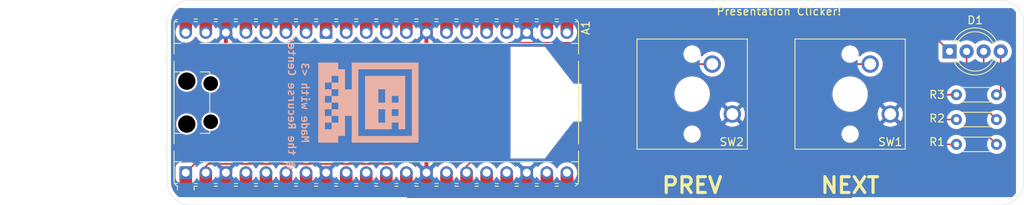
<source format=kicad_pcb>
(kicad_pcb (version 20241229) (generator "pcbnew") (generator_version "9.0")
  (layers (0 "F.Cu" signal) (2 "B.Cu" signal) (13 "F.Paste" user) (15 "B.Paste" user) (5 "F.SilkS" user "F.Silkscreen") (7 "B.SilkS" user "B.Silkscreen") (1 "F.Mask" user) (3 "B.Mask" user) (25 "Edge.Cuts" user))
  (net 0 "")
  (net 4 "GND")
  (net 6 "Net-(A1-GPIO9)")
  (net 8 "Net-(A1-GPIO10)")
  (net 16 "Net-(A1-GPIO0)")
  (net 17 "Net-(A1-GPIO1)")
  (net 26 "Net-(A1-GPIO11)")
  (net 32 "+3V3")
  (net 35 "Net-(D1-GK)")
  (net 36 "Net-(D1-RK)")
  (net 37 "Net-(D1-BK)")
  (footprint "LED_THT:LED_D5.0mm-4_RGB_Wide_Pins" (layer "F.Cu") (at 199.59 101.5)
    (property "Reference" "D1" (at 3.2385 -3.96 0) (layer "F.SilkS"))
    (property "Value" "LED_ARGB")
    (pad "1" thru_hole rect (at 0 0) (size 1.8 1.8) (drill 0.9) (layers "*.Cu" "*.Mask") (net 32 "+3V3"))
    (pad "2" thru_hole circle (at 2.159 0) (size 1.8 1.8) (drill 0.9) (layers "*.Cu" "*.Mask") (net 36 "Net-(D1-RK)"))
    (pad "3" thru_hole circle (at 4.318 0) (size 1.8 1.8) (drill 0.9) (layers "*.Cu" "*.Mask") (net 35 "Net-(D1-GK)"))
    (pad "4" thru_hole circle (at 6.477 0) (size 1.8 1.8) (drill 0.9) (layers "*.Cu" "*.Mask") (net 37 "Net-(D1-BK)"))
  )
  (footprint "Button_Switch_Keyboard:SW_Cherry_MX_1.00u_PCB" (layer "F.Cu") (at 192.08 109.46 -90)
    (property "Reference" "SW1" (at 3.54 0 180) (layer "F.SilkS"))
    (property "Value" "NEXT")
    (pad "" np_thru_hole circle (at -7.62 5.08 270) (size 1.7 1.7) (drill 1.7) (layers "*.Cu" "*.Mask"))
    (pad "" np_thru_hole circle (at -2.54 5.08 270) (size 4 4) (drill 4) (layers "*.Cu" "*.Mask"))
    (pad "" np_thru_hole circle (at 2.54 5.08 270) (size 1.7 1.7) (drill 1.7) (layers "*.Cu" "*.Mask"))
    (pad "1" thru_hole circle (at 0 0 270) (size 2.2 2.2) (drill 1.5) (layers "*.Cu" "*.Mask") (net 4 "GND"))
    (pad "2" thru_hole circle (at -6.35 2.54 270) (size 2.2 2.2) (drill 1.5) (layers "*.Cu" "*.Mask") (net 16 "Net-(A1-GPIO0)"))
  )
  (footprint "Button_Switch_Keyboard:SW_Cherry_MX_1.00u_PCB" (layer "F.Cu") (at 172.08 109.46 -90)
    (property "Reference" "SW2" (at 3.54 0.08 180) (layer "F.SilkS"))
    (property "Value" "PREV")
    (pad "" np_thru_hole circle (at -7.62 5.08 270) (size 1.7 1.7) (drill 1.7) (layers "*.Cu" "*.Mask"))
    (pad "" np_thru_hole circle (at -2.54 5.08 270) (size 4 4) (drill 4) (layers "*.Cu" "*.Mask"))
    (pad "" np_thru_hole circle (at 2.54 5.08 270) (size 1.7 1.7) (drill 1.7) (layers "*.Cu" "*.Mask"))
    (pad "1" thru_hole circle (at 0 0 270) (size 2.2 2.2) (drill 1.5) (layers "*.Cu" "*.Mask") (net 4 "GND"))
    (pad "2" thru_hole circle (at -6.35 2.54 270) (size 2.2 2.2) (drill 1.5) (layers "*.Cu" "*.Mask") (net 17 "Net-(A1-GPIO1)"))
  )
  (footprint "Module:RaspberryPi_Pico_Common_Unspecified" (layer "F.Cu") (at 127 108 90)
    (property "Reference" "A1" (at 8.5 26.5 90) (layer "F.SilkS") (effects (justify left)))
    (property "Value" "RaspberryPi_Pico")
    (pad "" np_thru_hole circle (at -2.725 -24 90) (size 2.2 2.2) (drill 2.2) (layers "*.Mask"))
    (pad "" np_thru_hole circle (at -2.425 -20.97 90) (size 1.85 1.85) (drill 1.85) (layers "*.Mask"))
    (pad "" np_thru_hole circle (at 2.425 -20.97 90) (size 1.85 1.85) (drill 1.85) (layers "*.Mask"))
    (pad "" np_thru_hole circle (at 2.725 -24 90) (size 2.2 2.2) (drill 2.2) (layers "*.Mask"))
    (pad "1" smd custom (at -9.69 -24.13 90) (size 1.6 0.8) (layers "F.Cu" "F.Mask") (net 16 "Net-(A1-GPIO0)") (options (clearance outline) (anchor rect)) (primitives (gr_circle (center 0.8 0) (end 1.6 0) (width 0) (fill yes)) (gr_poly (pts (xy -1.6 -0.6) (xy -1.6 0.6) (xy -1.4 0.8) (xy 0.8 0.8) (xy 0.8 -0.8) (xy -1.4 -0.8)) (width 0) (fill yes)) (gr_circle (center -1.4 -0.6) (end -1.2 -0.6) (width 0) (fill yes)) (gr_circle (center -1.4 0.6) (end -1.2 0.6) (width 0) (fill yes))))
    (pad "1" thru_hole roundrect (at -8.89 -24.13 90) (size 1.6 1.6) (drill 1) (layers "*.Cu" "*.Mask") (roundrect_rratio 0.125) (net 16 "Net-(A1-GPIO0)"))
    (pad "2" smd roundrect (at -9.69 -21.59 90) (size 3.2 1.6) (layers "F.Cu" "F.Mask") (roundrect_rratio 0.5) (net 17 "Net-(A1-GPIO1)"))
    (pad "2" thru_hole circle (at -8.89 -21.59 90) (size 1.6 1.6) (drill 1) (layers "*.Cu" "*.Mask") (net 17 "Net-(A1-GPIO1)"))
    (pad "3" smd custom (at -9.69 -19.05 90) (size 1.6 0.8) (layers "F.Cu" "F.Mask") (net 4 "GND") (options (clearance outline) (anchor rect)) (primitives (gr_circle (center -0.8 0) (end 0 0) (width 0) (fill yes)) (gr_poly (pts (xy 1.6 -0.6) (xy 1.6 0.6) (xy 1.4 0.8) (xy -0.8 0.8) (xy -0.8 -0.8) (xy 1.4 -0.8)) (width 0) (fill yes)) (gr_circle (center 1.4 -0.6) (end 1.6 -0.6) (width 0) (fill yes)) (gr_circle (center 1.4 0.6) (end 1.6 0.6) (width 0) (fill yes))))
    (pad "3" thru_hole custom (at -8.89 -19.05 90) (size 1.6 1.6) (drill 1) (layers "*.Cu" "*.Mask") (net 4 "GND") (options (clearance outline) (anchor circle)) (primitives (gr_poly (pts (xy 0.8 0.6) (xy 0.8 -0.6) (xy 0.6 -0.8) (xy 0 -0.8) (xy 0 0.8) (xy 0.6 0.8)) (width 0) (fill yes)) (gr_circle (center 0.6 0.6) (end 0.8 0.6) (width 0) (fill yes)) (gr_circle (center 0.6 -0.6) (end 0.8 -0.6) (width 0) (fill yes))))
    (pad "4" smd roundrect (at -9.69 -16.51 90) (size 3.2 1.6) (layers "F.Cu" "F.Mask") (roundrect_rratio 0.5))
    (pad "4" thru_hole circle (at -8.89 -16.51 90) (size 1.6 1.6) (drill 1) (layers "*.Cu" "*.Mask"))
    (pad "5" smd roundrect (at -9.69 -13.97 90) (size 3.2 1.6) (layers "F.Cu" "F.Mask") (roundrect_rratio 0.5))
    (pad "5" thru_hole circle (at -8.89 -13.97 90) (size 1.6 1.6) (drill 1) (layers "*.Cu" "*.Mask"))
    (pad "6" smd roundrect (at -9.69 -11.43 90) (size 3.2 1.6) (layers "F.Cu" "F.Mask") (roundrect_rratio 0.5))
    (pad "6" thru_hole circle (at -8.89 -11.43 90) (size 1.6 1.6) (drill 1) (layers "*.Cu" "*.Mask"))
    (pad "7" smd roundrect (at -9.69 -8.89 90) (size 3.2 1.6) (layers "F.Cu" "F.Mask") (roundrect_rratio 0.5))
    (pad "7" thru_hole circle (at -8.89 -8.89 90) (size 1.6 1.6) (drill 1) (layers "*.Cu" "*.Mask"))
    (pad "8" smd custom (at -9.69 -6.35 90) (size 1.6 0.8) (layers "F.Cu" "F.Mask") (net 4 "GND") (options (clearance outline) (anchor rect)) (primitives (gr_circle (center -0.8 0) (end 0 0) (width 0) (fill yes)) (gr_poly (pts (xy 1.6 -0.6) (xy 1.6 0.6) (xy 1.4 0.8) (xy -0.8 0.8) (xy -0.8 -0.8) (xy 1.4 -0.8)) (width 0) (fill yes)) (gr_circle (center 1.4 -0.6) (end 1.6 -0.6) (width 0) (fill yes)) (gr_circle (center 1.4 0.6) (end 1.6 0.6) (width 0) (fill yes))))
    (pad "8" thru_hole custom (at -8.89 -6.35 90) (size 1.6 1.6) (drill 1) (layers "*.Cu" "*.Mask") (net 4 "GND") (options (clearance outline) (anchor circle)) (primitives (gr_poly (pts (xy 0.8 0.6) (xy 0.8 -0.6) (xy 0.6 -0.8) (xy 0 -0.8) (xy 0 0.8) (xy 0.6 0.8)) (width 0) (fill yes)) (gr_circle (center 0.6 0.6) (end 0.8 0.6) (width 0) (fill yes)) (gr_circle (center 0.6 -0.6) (end 0.8 -0.6) (width 0) (fill yes))))
    (pad "9" smd roundrect (at -9.69 -3.81 90) (size 3.2 1.6) (layers "F.Cu" "F.Mask") (roundrect_rratio 0.5))
    (pad "9" thru_hole circle (at -8.89 -3.81 90) (size 1.6 1.6) (drill 1) (layers "*.Cu" "*.Mask"))
    (pad "10" smd roundrect (at -9.69 -1.27 90) (size 3.2 1.6) (layers "F.Cu" "F.Mask") (roundrect_rratio 0.5))
    (pad "10" thru_hole circle (at -8.89 -1.27 90) (size 1.6 1.6) (drill 1) (layers "*.Cu" "*.Mask"))
    (pad "11" smd roundrect (at -9.69 1.27 90) (size 3.2 1.6) (layers "F.Cu" "F.Mask") (roundrect_rratio 0.5))
    (pad "11" thru_hole circle (at -8.89 1.27 90) (size 1.6 1.6) (drill 1) (layers "*.Cu" "*.Mask"))
    (pad "12" smd roundrect (at -9.69 3.81 90) (size 3.2 1.6) (layers "F.Cu" "F.Mask") (roundrect_rratio 0.5) (net 6 "Net-(A1-GPIO9)"))
    (pad "12" thru_hole circle (at -8.89 3.81 90) (size 1.6 1.6) (drill 1) (layers "*.Cu" "*.Mask") (net 6 "Net-(A1-GPIO9)"))
    (pad "13" smd custom (at -9.69 6.35 90) (size 1.6 0.8) (layers "F.Cu" "F.Mask") (net 4 "GND") (options (clearance outline) (anchor rect)) (primitives (gr_circle (center -0.8 0) (end 0 0) (width 0) (fill yes)) (gr_poly (pts (xy 1.6 -0.6) (xy 1.6 0.6) (xy 1.4 0.8) (xy -0.8 0.8) (xy -0.8 -0.8) (xy 1.4 -0.8)) (width 0) (fill yes)) (gr_circle (center 1.4 -0.6) (end 1.6 -0.6) (width 0) (fill yes)) (gr_circle (center 1.4 0.6) (end 1.6 0.6) (width 0) (fill yes))))
    (pad "13" thru_hole custom (at -8.89 6.35 90) (size 1.6 1.6) (drill 1) (layers "*.Cu" "*.Mask") (net 4 "GND") (options (clearance outline) (anchor circle)) (primitives (gr_poly (pts (xy 0.8 0.6) (xy 0.8 -0.6) (xy 0.6 -0.8) (xy 0 -0.8) (xy 0 0.8) (xy 0.6 0.8)) (width 0) (fill yes)) (gr_circle (center 0.6 0.6) (end 0.8 0.6) (width 0) (fill yes)) (gr_circle (center 0.6 -0.6) (end 0.8 -0.6) (width 0) (fill yes))))
    (pad "14" smd roundrect (at -9.69 8.89 90) (size 3.2 1.6) (layers "F.Cu" "F.Mask") (roundrect_rratio 0.5) (net 8 "Net-(A1-GPIO10)"))
    (pad "14" thru_hole circle (at -8.89 8.89 90) (size 1.6 1.6) (drill 1) (layers "*.Cu" "*.Mask") (net 8 "Net-(A1-GPIO10)"))
    (pad "15" smd roundrect (at -9.69 11.43 90) (size 3.2 1.6) (layers "F.Cu" "F.Mask") (roundrect_rratio 0.5) (net 26 "Net-(A1-GPIO11)"))
    (pad "15" thru_hole circle (at -8.89 11.43 90) (size 1.6 1.6) (drill 1) (layers "*.Cu" "*.Mask") (net 26 "Net-(A1-GPIO11)"))
    (pad "16" smd roundrect (at -9.69 13.97 90) (size 3.2 1.6) (layers "F.Cu" "F.Mask") (roundrect_rratio 0.5))
    (pad "16" thru_hole circle (at -8.89 13.97 90) (size 1.6 1.6) (drill 1) (layers "*.Cu" "*.Mask"))
    (pad "17" smd roundrect (at -9.69 16.51 90) (size 3.2 1.6) (layers "F.Cu" "F.Mask") (roundrect_rratio 0.5))
    (pad "17" thru_hole circle (at -8.89 16.51 90) (size 1.6 1.6) (drill 1) (layers "*.Cu" "*.Mask"))
    (pad "18" smd custom (at -9.69 19.05 90) (size 1.6 0.8) (layers "F.Cu" "F.Mask") (net 4 "GND") (options (clearance outline) (anchor rect)) (primitives (gr_circle (center -0.8 0) (end 0 0) (width 0) (fill yes)) (gr_poly (pts (xy 1.6 -0.6) (xy 1.6 0.6) (xy 1.4 0.8) (xy -0.8 0.8) (xy -0.8 -0.8) (xy 1.4 -0.8)) (width 0) (fill yes)) (gr_circle (center 1.4 -0.6) (end 1.6 -0.6) (width 0) (fill yes)) (gr_circle (center 1.4 0.6) (end 1.6 0.6) (width 0) (fill yes))))
    (pad "18" thru_hole custom (at -8.89 19.05 90) (size 1.6 1.6) (drill 1) (layers "*.Cu" "*.Mask") (net 4 "GND") (options (clearance outline) (anchor circle)) (primitives (gr_poly (pts (xy 0.8 0.6) (xy 0.8 -0.6) (xy 0.6 -0.8) (xy 0 -0.8) (xy 0 0.8) (xy 0.6 0.8)) (width 0) (fill yes)) (gr_circle (center 0.6 0.6) (end 0.8 0.6) (width 0) (fill yes)) (gr_circle (center 0.6 -0.6) (end 0.8 -0.6) (width 0) (fill yes))))
    (pad "19" smd roundrect (at -9.69 21.59 90) (size 3.2 1.6) (layers "F.Cu" "F.Mask") (roundrect_rratio 0.5))
    (pad "19" thru_hole circle (at -8.89 21.59 90) (size 1.6 1.6) (drill 1) (layers "*.Cu" "*.Mask"))
    (pad "20" smd roundrect (at -9.69 24.13 90) (size 3.2 1.6) (layers "F.Cu" "F.Mask") (roundrect_rratio 0.5))
    (pad "20" thru_hole circle (at -8.89 24.13 90) (size 1.6 1.6) (drill 1) (layers "*.Cu" "*.Mask"))
    (pad "21" thru_hole circle (at 8.89 24.13 90) (size 1.6 1.6) (drill 1) (layers "*.Cu" "*.Mask"))
    (pad "21" smd roundrect (at 9.69 24.13 90) (size 3.2 1.6) (layers "F.Cu" "F.Mask") (roundrect_rratio 0.5))
    (pad "22" thru_hole circle (at 8.89 21.59 90) (size 1.6 1.6) (drill 1) (layers "*.Cu" "*.Mask"))
    (pad "22" smd roundrect (at 9.69 21.59 90) (size 3.2 1.6) (layers "F.Cu" "F.Mask") (roundrect_rratio 0.5))
    (pad "23" thru_hole custom (at 8.89 19.05 90) (size 1.6 1.6) (drill 1) (layers "*.Cu" "*.Mask") (net 4 "GND") (options (clearance outline) (anchor circle)) (primitives (gr_poly (pts (xy -0.8 0.6) (xy -0.8 -0.6) (xy -0.6 -0.8) (xy 0 -0.8) (xy 0 0.8) (xy -0.6 0.8)) (width 0) (fill yes)) (gr_circle (center -0.6 0.6) (end -0.4 0.6) (width 0) (fill yes)) (gr_circle (center -0.6 -0.6) (end -0.4 -0.6) (width 0) (fill yes))))
    (pad "23" smd custom (at 9.69 19.05 90) (size 1.6 0.8) (layers "F.Cu" "F.Mask") (net 4 "GND") (options (clearance outline) (anchor rect)) (primitives (gr_circle (center 0.8 0) (end 1.6 0) (width 0) (fill yes)) (gr_poly (pts (xy -1.6 -0.6) (xy -1.6 0.6) (xy -1.4 0.8) (xy 0.8 0.8) (xy 0.8 -0.8) (xy -1.4 -0.8)) (width 0) (fill yes)) (gr_circle (center -1.4 -0.6) (end -1.2 -0.6) (width 0) (fill yes)) (gr_circle (center -1.4 0.6) (end -1.2 0.6) (width 0) (fill yes))))
    (pad "24" thru_hole circle (at 8.89 16.51 90) (size 1.6 1.6) (drill 1) (layers "*.Cu" "*.Mask"))
    (pad "24" smd roundrect (at 9.69 16.51 90) (size 3.2 1.6) (layers "F.Cu" "F.Mask") (roundrect_rratio 0.5))
    (pad "25" thru_hole circle (at 8.89 13.97 90) (size 1.6 1.6) (drill 1) (layers "*.Cu" "*.Mask"))
    (pad "25" smd roundrect (at 9.69 13.97 90) (size 3.2 1.6) (layers "F.Cu" "F.Mask") (roundrect_rratio 0.5))
    (pad "26" thru_hole circle (at 8.89 11.43 90) (size 1.6 1.6) (drill 1) (layers "*.Cu" "*.Mask"))
    (pad "26" smd roundrect (at 9.69 11.43 90) (size 3.2 1.6) (layers "F.Cu" "F.Mask") (roundrect_rratio 0.5))
    (pad "27" thru_hole circle (at 8.89 8.89 90) (size 1.6 1.6) (drill 1) (layers "*.Cu" "*.Mask"))
    (pad "27" smd roundrect (at 9.69 8.89 90) (size 3.2 1.6) (layers "F.Cu" "F.Mask") (roundrect_rratio 0.5))
    (pad "28" thru_hole custom (at 8.89 6.35 90) (size 1.6 1.6) (drill 1) (layers "*.Cu" "*.Mask") (net 4 "GND") (options (clearance outline) (anchor circle)) (primitives (gr_poly (pts (xy -0.8 0.6) (xy -0.8 -0.6) (xy -0.6 -0.8) (xy 0 -0.8) (xy 0 0.8) (xy -0.6 0.8)) (width 0) (fill yes)) (gr_circle (center -0.6 0.6) (end -0.4 0.6) (width 0) (fill yes)) (gr_circle (center -0.6 -0.6) (end -0.4 -0.6) (width 0) (fill yes))))
    (pad "28" smd custom (at 9.69 6.35 90) (size 1.6 0.8) (layers "F.Cu" "F.Mask") (net 4 "GND") (options (clearance outline) (anchor rect)) (primitives (gr_circle (center 0.8 0) (end 1.6 0) (width 0) (fill yes)) (gr_poly (pts (xy -1.6 -0.6) (xy -1.6 0.6) (xy -1.4 0.8) (xy 0.8 0.8) (xy 0.8 -0.8) (xy -1.4 -0.8)) (width 0) (fill yes)) (gr_circle (center -1.4 -0.6) (end -1.2 -0.6) (width 0) (fill yes)) (gr_circle (center -1.4 0.6) (end -1.2 0.6) (width 0) (fill yes))))
    (pad "29" thru_hole circle (at 8.89 3.81 90) (size 1.6 1.6) (drill 1) (layers "*.Cu" "*.Mask"))
    (pad "29" smd roundrect (at 9.69 3.81 90) (size 3.2 1.6) (layers "F.Cu" "F.Mask") (roundrect_rratio 0.5))
    (pad "30" thru_hole circle (at 8.89 1.27 90) (size 1.6 1.6) (drill 1) (layers "*.Cu" "*.Mask"))
    (pad "30" smd roundrect (at 9.69 1.27 90) (size 3.2 1.6) (layers "F.Cu" "F.Mask") (roundrect_rratio 0.5))
    (pad "31" thru_hole circle (at 8.89 -1.27 90) (size 1.6 1.6) (drill 1) (layers "*.Cu" "*.Mask"))
    (pad "31" smd roundrect (at 9.69 -1.27 90) (size 3.2 1.6) (layers "F.Cu" "F.Mask") (roundrect_rratio 0.5))
    (pad "32" thru_hole circle (at 8.89 -3.81 90) (size 1.6 1.6) (drill 1) (layers "*.Cu" "*.Mask"))
    (pad "32" smd roundrect (at 9.69 -3.81 90) (size 3.2 1.6) (layers "F.Cu" "F.Mask") (roundrect_rratio 0.5))
    (pad "33" thru_hole custom (at 8.89 -6.35 90) (size 1.6 1.6) (drill 1) (layers "*.Cu" "*.Mask") (options (clearance outline) (anchor circle)) (primitives (gr_poly (pts (xy -0.8 0.6) (xy -0.8 -0.6) (xy -0.6 -0.8) (xy 0 -0.8) (xy 0 0.8) (xy -0.6 0.8)) (width 0) (fill yes)) (gr_circle (center -0.6 0.6) (end -0.4 0.6) (width 0) (fill yes)) (gr_circle (center -0.6 -0.6) (end -0.4 -0.6) (width 0) (fill yes))))
    (pad "33" smd custom (at 9.69 -6.35 90) (size 1.6 0.8) (layers "F.Cu" "F.Mask") (options (clearance outline) (anchor rect)) (primitives (gr_circle (center 0.8 0) (end 1.6 0) (width 0) (fill yes)) (gr_poly (pts (xy -1.6 -0.6) (xy -1.6 0.6) (xy -1.4 0.8) (xy 0.8 0.8) (xy 0.8 -0.8) (xy -1.4 -0.8)) (width 0) (fill yes)) (gr_circle (center -1.4 -0.6) (end -1.2 -0.6) (width 0) (fill yes)) (gr_circle (center -1.4 0.6) (end -1.2 0.6) (width 0) (fill yes))))
    (pad "34" thru_hole circle (at 8.89 -8.89 90) (size 1.6 1.6) (drill 1) (layers "*.Cu" "*.Mask"))
    (pad "34" smd roundrect (at 9.69 -8.89 90) (size 3.2 1.6) (layers "F.Cu" "F.Mask") (roundrect_rratio 0.5))
    (pad "35" thru_hole circle (at 8.89 -11.43 90) (size 1.6 1.6) (drill 1) (layers "*.Cu" "*.Mask"))
    (pad "35" smd roundrect (at 9.69 -11.43 90) (size 3.2 1.6) (layers "F.Cu" "F.Mask") (roundrect_rratio 0.5))
    (pad "36" thru_hole circle (at 8.89 -13.97 90) (size 1.6 1.6) (drill 1) (layers "*.Cu" "*.Mask") (net 32 "+3V3"))
    (pad "36" smd roundrect (at 9.69 -13.97 90) (size 3.2 1.6) (layers "F.Cu" "F.Mask") (roundrect_rratio 0.5) (net 32 "+3V3"))
    (pad "37" thru_hole circle (at 8.89 -16.51 90) (size 1.6 1.6) (drill 1) (layers "*.Cu" "*.Mask"))
    (pad "37" smd roundrect (at 9.69 -16.51 90) (size 3.2 1.6) (layers "F.Cu" "F.Mask") (roundrect_rratio 0.5))
    (pad "38" thru_hole custom (at 8.89 -19.05 90) (size 1.6 1.6) (drill 1) (layers "*.Cu" "*.Mask") (net 4 "GND") (options (clearance outline) (anchor circle)) (primitives (gr_poly (pts (xy -0.8 0.6) (xy -0.8 -0.6) (xy -0.6 -0.8) (xy 0 -0.8) (xy 0 0.8) (xy -0.6 0.8)) (width 0) (fill yes)) (gr_circle (center -0.6 0.6) (end -0.4 0.6) (width 0) (fill yes)) (gr_circle (center -0.6 -0.6) (end -0.4 -0.6) (width 0) (fill yes))))
    (pad "38" smd custom (at 9.69 -19.05 90) (size 1.6 0.8) (layers "F.Cu" "F.Mask") (net 4 "GND") (options (clearance outline) (anchor rect)) (primitives (gr_circle (center 0.8 0) (end 1.6 0) (width 0) (fill yes)) (gr_poly (pts (xy -1.6 -0.6) (xy -1.6 0.6) (xy -1.4 0.8) (xy 0.8 0.8) (xy 0.8 -0.8) (xy -1.4 -0.8)) (width 0) (fill yes)) (gr_circle (center -1.4 -0.6) (end -1.2 -0.6) (width 0) (fill yes)) (gr_circle (center -1.4 0.6) (end -1.2 0.6) (width 0) (fill yes))))
    (pad "39" thru_hole circle (at 8.89 -21.59 90) (size 1.6 1.6) (drill 1) (layers "*.Cu" "*.Mask"))
    (pad "39" smd roundrect (at 9.69 -21.59 90) (size 3.2 1.6) (layers "F.Cu" "F.Mask") (roundrect_rratio 0.5))
    (pad "40" thru_hole circle (at 8.89 -24.13 90) (size 1.6 1.6) (drill 1) (layers "*.Cu" "*.Mask"))
    (pad "40" smd roundrect (at 9.69 -24.13 90) (size 3.2 1.6) (layers "F.Cu" "F.Mask") (roundrect_rratio 0.5))
    (zone (net 0) (net_name "") (layers "F.Cu" "B.Cu" "F.Paste" "B.Paste") (name "Antenna Copper Keep Out") (connect_pads (clearance 0)) (min_thickness 0.254)
      (keepout (tracks not_allowed) (vias not_allowed) (pads not_allowed) (copperpour not_allowed) (footprints allowed))
      (fill (thermal_gap 0.508) (thermal_bridge_width 0.508))
      (polygon (pts (xy 151.989895 110.4) (xy 148.339895 115.1) (xy 144 115.1) (xy 144 100.9) (xy 148.339895 100.9) (xy 151.989895 105.6) (xy 153 105.6) (xy 153 110.4)))
    )
    (zone (net 0) (net_name "") (layers "F.Cu" "F.Paste") (name "Pad Keep Out D1-W") (connect_pads (clearance 0)) (min_thickness 0.25)
      (keepout (tracks not_allowed) (vias not_allowed) (pads not_allowed) (copperpour not_allowed) (footprints allowed))
      (fill (thermal_gap 0.5) (thermal_bridge_width 0.5))
      (polygon (pts (xy 131.800398 108.371222) (xy 131.744678 108.315502) (xy 131.714522 108.2427) (xy 131.7126 108.2033) (xy 131.7126 107.4159) (xy 133.6874 107.4159) (xy 133.6874 108.2033) (xy 133.685478 108.2427) (xy 133.655322 108.315502) (xy 133.599602 108.371222) (xy 133.5268 108.401378) (xy 133.4874 108.4033) (xy 131.9126 108.4033) (xy 131.8732 108.401378)))
    )
    (zone (net 0) (net_name "") (layers "F.Cu" "F.Paste") (name "Pad Keep Out D1-W") (connect_pads (clearance 0)) (min_thickness 0.25)
      (keepout (tracks not_allowed) (vias not_allowed) (pads not_allowed) (copperpour not_allowed) (footprints allowed))
      (fill (thermal_gap 0.5) (thermal_bridge_width 0.5))
      (polygon (pts (xy 133.6874 106.6285) (xy 133.6874 107.4159) (xy 131.7126 107.4159) (xy 131.7126 106.6285) (xy 131.714522 106.5891) (xy 131.744677 106.516298) (xy 131.800398 106.460577) (xy 131.8732 106.430422) (xy 131.9126 106.4285) (xy 133.4874 106.4285) (xy 133.5268 106.430422) (xy 133.599602 106.460577) (xy 133.655323 106.516298) (xy 133.685478 106.5891)))
    )
    (zone (net 0) (net_name "") (layers "F.Cu" "F.Paste") (name "Pad Keep Out TP3") (connect_pads (clearance 0)) (min_thickness 0.25)
      (keepout (tracks not_allowed) (vias not_allowed) (pads not_allowed) (copperpour not_allowed) (footprints allowed))
      (fill (thermal_gap 0.5) (thermal_bridge_width 0.5))
      (polygon (pts (xy 102.184455 109.947861) (xy 102.057833 109.913932) (xy 101.944306 109.848388) (xy 101.851612 109.755694) (xy 101.786068 109.642167) (xy 101.752139 109.515545) (xy 101.75 109.45) (xy 101.75 109) (xy 103.65 109) (xy 103.65 109.45) (xy 103.647861 109.515545) (xy 103.613932 109.642167) (xy 103.548388 109.755694) (xy 103.455694 109.848388) (xy 103.342167 109.913932) (xy 103.215545 109.947861) (xy 103.15 109.95) (xy 102.25 109.95)))
    )
    (zone (net 0) (net_name "") (layers "F.Cu" "F.Paste") (name "Pad Keep Out TP2") (connect_pads (clearance 0)) (min_thickness 0.25)
      (keepout (tracks not_allowed) (vias not_allowed) (pads not_allowed) (copperpour not_allowed) (footprints allowed))
      (fill (thermal_gap 0.5) (thermal_bridge_width 0.5))
      (polygon (pts (xy 102.199455 107.947861) (xy 102.072833 107.913932) (xy 101.959306 107.848388) (xy 101.866612 107.755694) (xy 101.801068 107.642167) (xy 101.767139 107.515545) (xy 101.765 107.45) (xy 101.765 107) (xy 103.665 107) (xy 103.665 107.45) (xy 103.662861 107.515545) (xy 103.628932 107.642167) (xy 103.563388 107.755694) (xy 103.470694 107.848388) (xy 103.357167 107.913932) (xy 103.230545 107.947861) (xy 103.165 107.95) (xy 102.265 107.95)))
    )
    (zone (net 0) (net_name "") (layers "F.Cu" "F.Paste") (name "Pad Keep Out TP3") (connect_pads (clearance 0)) (min_thickness 0.25)
      (keepout (tracks not_allowed) (vias not_allowed) (pads not_allowed) (copperpour not_allowed) (footprints allowed))
      (fill (thermal_gap 0.5) (thermal_bridge_width 0.5))
      (polygon (pts (xy 103.65 109) (xy 103.65 108.55) (xy 103.647861 108.484455) (xy 103.613933 108.357833) (xy 103.548388 108.244306) (xy 103.455694 108.151612) (xy 103.342167 108.086067) (xy 103.215545 108.052139) (xy 103.15 108.05) (xy 102.25 108.05) (xy 102.184455 108.052139) (xy 102.057833 108.086067) (xy 101.944306 108.151612) (xy 101.851612 108.244306) (xy 101.786067 108.357833) (xy 101.752139 108.484455) (xy 101.75 108.55) (xy 101.75 109)))
    )
    (zone (net 0) (net_name "") (layers "F.Cu" "F.Paste") (name "Pad Keep Out TP2") (connect_pads (clearance 0)) (min_thickness 0.25)
      (keepout (tracks not_allowed) (vias not_allowed) (pads not_allowed) (copperpour not_allowed) (footprints allowed))
      (fill (thermal_gap 0.5) (thermal_bridge_width 0.5))
      (polygon (pts (xy 103.665 107) (xy 103.665 106.55) (xy 103.662861 106.484455) (xy 103.628933 106.357833) (xy 103.563388 106.244306) (xy 103.470694 106.151612) (xy 103.357167 106.086067) (xy 103.230545 106.052139) (xy 103.165 106.05) (xy 102.265 106.05) (xy 102.199455 106.052139) (xy 102.072833 106.086067) (xy 101.959306 106.151612) (xy 101.866612 106.244306) (xy 101.801067 106.357833) (xy 101.767139 106.484455) (xy 101.765 106.55) (xy 101.765 107)))
    )
    (zone (net 0) (net_name "") (layers "F.Cu" "F.Paste") (name "Pad Keep Out TP1") (connect_pads (clearance 0)) (min_thickness 0.25)
      (keepout (tracks not_allowed) (vias not_allowed) (pads not_allowed) (copperpour not_allowed) (footprints allowed))
      (fill (thermal_gap 0.5) (thermal_bridge_width 0.5))
      (polygon (pts (xy 105.484455 108.947861) (xy 105.357833 108.913932) (xy 105.244306 108.848388) (xy 105.151612 108.755694) (xy 105.086068 108.642167) (xy 105.052139 108.515545) (xy 105.05 108.45) (xy 105.05 108) (xy 106.95 108) (xy 106.95 108.45) (xy 106.947861 108.515545) (xy 106.913932 108.642167) (xy 106.848388 108.755694) (xy 106.755694 108.848388) (xy 106.642167 108.913932) (xy 106.515545 108.947861) (xy 106.45 108.95) (xy 105.55 108.95)))
    )
    (zone (net 0) (net_name "") (layers "F.Cu" "F.Paste") (name "Pad Keep Out TP1") (connect_pads (clearance 0)) (min_thickness 0.25)
      (keepout (tracks not_allowed) (vias not_allowed) (pads not_allowed) (copperpour not_allowed) (footprints allowed))
      (fill (thermal_gap 0.5) (thermal_bridge_width 0.5))
      (polygon (pts (xy 106.95 108) (xy 106.95 107.55) (xy 106.947861 107.484455) (xy 106.913933 107.357833) (xy 106.848388 107.244306) (xy 106.755694 107.151612) (xy 106.642167 107.086067) (xy 106.515545 107.052139) (xy 106.45 107.05) (xy 105.55 107.05) (xy 105.484455 107.052139) (xy 105.357833 107.086067) (xy 105.244306 107.151612) (xy 105.151612 107.244306) (xy 105.086067 107.357833) (xy 105.052139 107.484455) (xy 105.05 107.55) (xy 105.05 108)))
    )
    (zone (net 0) (net_name "") (layers "F.Cu" "F.Paste") (name "Pad Keep Out TP4") (connect_pads (clearance 0)) (min_thickness 0.25)
      (keepout (tracks not_allowed) (vias not_allowed) (pads not_allowed) (copperpour not_allowed) (footprints allowed))
      (fill (thermal_gap 0.5) (thermal_bridge_width 0.5))
      (polygon (pts (xy 112.75 109.55) (xy 109.05 109.55) (xy 108.984455 109.552139) (xy 108.857833 109.586067) (xy 108.744306 109.651612) (xy 108.651612 109.744306) (xy 108.586067 109.857833) (xy 108.552139 109.984455) (xy 108.55 110.05) (xy 108.55 110.95) (xy 108.552139 111.015545) (xy 108.586067 111.142167) (xy 108.651612 111.255694) (xy 108.744306 111.348388) (xy 108.857833 111.413933) (xy 108.984455 111.447861) (xy 109.05 111.45) (xy 112.75 111.45)))
    )
    (zone (net 0) (net_name "") (layers "F.Cu" "F.Paste") (name "Pad Keep Out TP6") (connect_pads (clearance 0)) (min_thickness 0.25)
      (keepout (tracks not_allowed) (vias not_allowed) (pads not_allowed) (copperpour not_allowed) (footprints allowed))
      (fill (thermal_gap 0.5) (thermal_bridge_width 0.5))
      (polygon (pts (xy 116.947861 111.015545) (xy 116.913932 111.142167) (xy 116.848388 111.255694) (xy 116.755694 111.348388) (xy 116.642167 111.413932) (xy 116.515545 111.447861) (xy 116.45 111.45) (xy 112.75 111.45) (xy 112.75 109.55) (xy 116.45 109.55) (xy 116.515545 109.552139) (xy 116.642167 109.586068) (xy 116.755694 109.651612) (xy 116.848388 109.744306) (xy 116.913932 109.857833) (xy 116.947861 109.984455) (xy 116.95 110.05) (xy 116.95 110.95)))
    )
    (zone (net 0) (net_name "") (layers "F.Cu" "F.Paste") (name "Pad Keep Out TP7") (connect_pads (clearance 0)) (min_thickness 0.25)
      (keepout (tracks not_allowed) (vias not_allowed) (pads not_allowed) (copperpour not_allowed) (footprints allowed))
      (fill (thermal_gap 0.5) (thermal_bridge_width 0.5))
      (polygon (pts (xy 121.484455 107.947861) (xy 121.357833 107.913932) (xy 121.244306 107.848388) (xy 121.151612 107.755694) (xy 121.086068 107.642167) (xy 121.052139 107.515545) (xy 121.05 107.45) (xy 121.05 107) (xy 122.95 107) (xy 122.95 107.45) (xy 122.947861 107.515545) (xy 122.913932 107.642167) (xy 122.848388 107.755694) (xy 122.755694 107.848388) (xy 122.642167 107.913932) (xy 122.515545 107.947861) (xy 122.45 107.95) (xy 121.55 107.95)))
    )
    (zone (net 0) (net_name "") (layers "F.Cu" "F.Paste") (name "Pad Keep Out TP7") (connect_pads (clearance 0)) (min_thickness 0.25)
      (keepout (tracks not_allowed) (vias not_allowed) (pads not_allowed) (copperpour not_allowed) (footprints allowed))
      (fill (thermal_gap 0.5) (thermal_bridge_width 0.5))
      (polygon (pts (xy 122.95 107) (xy 122.95 106.55) (xy 122.947861 106.484455) (xy 122.913933 106.357833) (xy 122.848388 106.244306) (xy 122.755694 106.151612) (xy 122.642167 106.086067) (xy 122.515545 106.052139) (xy 122.45 106.05) (xy 121.55 106.05) (xy 121.484455 106.052139) (xy 121.357833 106.086067) (xy 121.244306 106.151612) (xy 121.151612 106.244306) (xy 121.086067 106.357833) (xy 121.052139 106.484455) (xy 121.05 106.55) (xy 121.05 107)))
    )
    (zone (net 0) (net_name "") (layers "F.Cu" "F.Paste") (name "Pad Keep Out D2") (connect_pads (clearance 0)) (min_thickness 0.25)
      (keepout (tracks not_allowed) (vias not_allowed) (pads not_allowed) (copperpour not_allowed) (footprints allowed))
      (fill (thermal_gap 0.5) (thermal_bridge_width 0.5))
      (polygon (pts (xy 149.9 107.4) (xy 149.902462 107.337036) (xy 149.941376 107.217272) (xy 150.015394 107.115394) (xy 150.117272 107.041376) (xy 150.237036 107.002462) (xy 150.3 107) (arc (start 152.5 107) (mid 153.207107 107.292893) (end 153.5 108)) (xy 149.9 108)))
    )
    (zone (net 0) (net_name "") (layers "F.Cu" "F.Paste") (name "Pad Keep Out D2") (connect_pads (clearance 0)) (min_thickness 0.25)
      (keepout (tracks not_allowed) (vias not_allowed) (pads not_allowed) (copperpour not_allowed) (footprints allowed))
      (fill (thermal_gap 0.5) (thermal_bridge_width 0.5))
      (polygon (pts (xy 149.9 108.6) (xy 149.9 108) (arc (start 153.5 108) (mid 153.207107 108.707107) (end 152.5 109)) (xy 150.3 109) (xy 150.236994 108.997807) (xy 150.117148 108.958867) (xy 150.015201 108.884799) (xy 149.941133 108.782852) (xy 149.902193 108.663006)))
    )
    (zone (net 0) (net_name "") (layers "F.Cu" "F.Paste") (name "Pad Keep Out D3") (connect_pads (clearance 0)) (min_thickness 0.25)
      (keepout (tracks not_allowed) (vias not_allowed) (pads not_allowed) (copperpour not_allowed) (footprints allowed))
      (fill (thermal_gap 0.5) (thermal_bridge_width 0.5))
      (polygon (pts (arc (start 152.499925 106.459859) (mid 153.207032 106.166966) (end 153.499925 105.459859)) (arc (start 149.899925 105.459859) (mid 150.192818 106.166966) (end 150.899925 106.459859))))
    )
    (zone (net 0) (net_name "") (layers "F.Cu" "F.Paste") (name "Pad Keep Out D1") (connect_pads (clearance 0)) (min_thickness 0.25)
      (keepout (tracks not_allowed) (vias not_allowed) (pads not_allowed) (copperpour not_allowed) (footprints allowed))
      (fill (thermal_gap 0.5) (thermal_bridge_width 0.5))
      (polygon (pts (arc (start 152.5 111.54) (mid 153.207107 111.247107) (end 153.5 110.54)) (arc (start 149.9 110.54) (mid 150.192893 111.247107) (end 150.9 111.54))))
    )
    (zone (net 0) (net_name "") (layers "F.Cu" "F.Paste") (name "Pad Keep Out D3") (connect_pads (clearance 0)) (min_thickness 0.25)
      (keepout (tracks not_allowed) (vias not_allowed) (pads not_allowed) (copperpour not_allowed) (footprints allowed))
      (fill (thermal_gap 0.5) (thermal_bridge_width 0.5))
      (polygon (pts (arc (start 153.499925 105.459859) (mid 153.207032 104.752752) (end 152.499925 104.459859)) (arc (start 150.899925 104.459859) (mid 150.192818 104.752752) (end 149.899925 105.459859))))
    )
    (zone (net 0) (net_name "") (layers "F.Cu" "F.Paste") (name "Pad Keep Out D1") (connect_pads (clearance 0)) (min_thickness 0.25)
      (keepout (tracks not_allowed) (vias not_allowed) (pads not_allowed) (copperpour not_allowed) (footprints allowed))
      (fill (thermal_gap 0.5) (thermal_bridge_width 0.5))
      (polygon (pts (arc (start 153.5 110.54) (mid 153.207107 109.832893) (end 152.5 109.54)) (arc (start 150.9 109.54) (mid 150.192893 109.832893) (end 149.9 110.54))))
    )
    (zone (net 0) (net_name "") (layers "F.Cu" "F.Paste") (name "Pad Keep Out D3-W") (connect_pads (clearance 0)) (min_thickness 0.254)
      (keepout (tracks not_allowed) (vias not_allowed) (pads not_allowed) (copperpour not_allowed) (footprints allowed))
      (fill (thermal_gap 0.508) (thermal_bridge_width 0.508))
      (polygon (pts (xy 132.7 101.343722) (xy 132.507285 101.362618) (xy 132.32191 101.418586) (xy 132.150937 101.509494) (xy 132.000877 101.63188) (xy 131.877447 101.781081) (xy 131.785348 101.951416) (xy 131.728087 102.136395) (xy 131.707846 102.328973) (xy 131.725396 102.521816) (xy 131.780069 102.707576) (xy 131.869781 102.87918) (xy 131.991116 103.030091) (xy 132.139452 103.154559) (xy 132.30914 103.247846) (xy 132.493715 103.306397) (xy 132.686147 103.327981) (xy 132.879107 103.311778) (xy 133.065245 103.258404) (xy 133.237471 103.169892) (xy 133.389225 103.049613) (xy 133.514726 102.902149) (xy 133.609195 102.733118) (xy 133.669033 102.548956) (xy 133.69196 102.356679) (xy 133.677105 102.16361) (xy 133.625031 101.977104) (xy 133.537724 101.804264) (xy 133.418507 101.651675) (xy 133.271923 101.525147) (xy 133.103555 101.4295) (xy 132.919816 101.368378) (xy 132.727703 101.344109)))
    )
    (zone (net 0) (net_name "") (layers "F.Cu" "F.Paste") (name "Pad Keep Out D2-W") (connect_pads (clearance 0)) (min_thickness 0.254)
      (keepout (tracks not_allowed) (vias not_allowed) (pads not_allowed) (copperpour not_allowed) (footprints allowed))
      (fill (thermal_gap 0.508) (thermal_bridge_width 0.508))
      (polygon (pts (xy 132.7 103.883722) (xy 132.507285 103.902618) (xy 132.32191 103.958586) (xy 132.150937 104.049494) (xy 132.000877 104.17188) (xy 131.877447 104.321081) (xy 131.785348 104.491416) (xy 131.728087 104.676395) (xy 131.707846 104.868973) (xy 131.725396 105.061816) (xy 131.780069 105.247576) (xy 131.869781 105.41918) (xy 131.991116 105.570091) (xy 132.139452 105.694559) (xy 132.30914 105.787846) (xy 132.493715 105.846397) (xy 132.686147 105.867981) (xy 132.879107 105.851778) (xy 133.065245 105.798404) (xy 133.237471 105.709892) (xy 133.389225 105.589613) (xy 133.514726 105.442149) (xy 133.609195 105.273118) (xy 133.669033 105.088956) (xy 133.69196 104.896679) (xy 133.677105 104.70361) (xy 133.625031 104.517104) (xy 133.537724 104.344264) (xy 133.418507 104.191675) (xy 133.271923 104.065147) (xy 133.103555 103.9695) (xy 132.919816 103.908378) (xy 132.727703 103.884109)))
    )
  )
  (footprint "Resistor_THT:R_Axial_DIN0204_L3.6mm_D1.6mm_P5.08mm_Horizontal" (layer "F.Cu") (at 205.54 113.3 180)
    (property "Reference" "R1" (at 7.54 0.3 0) (layer "F.SilkS"))
    (property "Value" "50")
    (pad "1" thru_hole circle (at 0 0 180) (size 1.4 1.4) (drill 0.7) (layers "*.Cu" "*.Mask") (net 36 "Net-(D1-RK)"))
    (pad "2" thru_hole circle (at 5.08 0 180) (size 1.4 1.4) (drill 0.7) (layers "*.Cu" "*.Mask") (net 6 "Net-(A1-GPIO9)"))
  )
  (footprint "Resistor_THT:R_Axial_DIN0204_L3.6mm_D1.6mm_P5.08mm_Horizontal" (layer "F.Cu") (at 205.54 110.15 180)
    (property "Reference" "R2" (at 7.54 0.15 0) (layer "F.SilkS"))
    (property "Value" "50")
    (pad "1" thru_hole circle (at 0 0 180) (size 1.4 1.4) (drill 0.7) (layers "*.Cu" "*.Mask") (net 35 "Net-(D1-GK)"))
    (pad "2" thru_hole circle (at 5.08 0 180) (size 1.4 1.4) (drill 0.7) (layers "*.Cu" "*.Mask") (net 8 "Net-(A1-GPIO10)"))
  )
  (footprint "Resistor_THT:R_Axial_DIN0204_L3.6mm_D1.6mm_P5.08mm_Horizontal" (layer "F.Cu") (at 205.54 107 180)
    (property "Reference" "R3" (at 7.54 0 0) (layer "F.SilkS"))
    (property "Value" "50")
    (pad "1" thru_hole circle (at 0 0 180) (size 1.4 1.4) (drill 0.7) (layers "*.Cu" "*.Mask") (net 37 "Net-(D1-BK)"))
    (pad "2" thru_hole circle (at 5.08 0 180) (size 1.4 1.4) (drill 0.7) (layers "*.Cu" "*.Mask") (net 26 "Net-(A1-GPIO11)"))
  )
  (footprint "RC_Demo:rc-logo" (layer "B.Cu") (at 126 108 90)
    (property "Reference" "G***" (hide yes))
    (property "Value" "LOGO" (hide yes))
  )
  (gr_line (start 103.5 95) (end 206 95) (stroke (width 0.05)) (layer "Edge.Cuts"))
  (gr_arc (start 209 118) (mid 208.12132 120.12132) (end 206 121) (stroke (width 0.05)) (layer "Edge.Cuts"))
  (gr_arc (start 100.5 98) (mid 101.37868 95.87868) (end 103.5 95) (stroke (width 0.05)) (layer "Edge.Cuts"))
  (gr_line (start 100.5 118) (end 100.5 98) (stroke (width 0.05)) (layer "Edge.Cuts"))
  (gr_line (start 206 121) (end 103.5 121) (stroke (width 0.05)) (layer "Edge.Cuts"))
  (gr_line (start 209 98) (end 209 118) (stroke (width 0.05)) (layer "Edge.Cuts"))
  (gr_arc (start 206 95) (mid 208.12132 95.87868) (end 209 98) (stroke (width 0.05)) (layer "Edge.Cuts"))
  (gr_arc (start 103.5 121) (mid 101.37868 120.12132) (end 100.5 118) (stroke (width 0.05)) (layer "Edge.Cuts"))
  (gr_text "PREV" (at 167 118.5 0) (layer "F.SilkS") (effects (font (size 2 2) (thickness 0.4) (bold yes))))
  (gr_text "NEXT" (at 187 118.5 0) (layer "F.SilkS") (effects (font (size 2 2) (thickness 0.4) (bold yes))))
  (gr_text "Presentation Clicker!" (at 170 97 0) (layer "F.SilkS") (effects (font (size 1 1)) (justify left bottom)))
  (gr_text "Made with <3\n@ the Recurse Center" (at 118.5 108 270) (layer "B.SilkS") (effects (font (size 1 1) (thickness 0.25) (bold yes)) (justify top mirror)))
  (segment (start 130.997 119.997) (end 130.81 119.81) (width 0.2) (layer "F.Cu") (net 6))
  (segment (start 200.46 113.3) (end 193.8342 113.3) (width 0.2) (layer "F.Cu") (net 6))
  (segment (start 187.1372 119.997) (end 130.997 119.997) (width 0.2) (layer "F.Cu") (net 6))
  (segment (start 130.81 119.81) (end 130.81 117.69) (width 0.2) (layer "F.Cu") (net 6))
  (segment (start 193.8342 113.3) (end 187.1372 119.997) (width 0.2) (layer "F.Cu") (net 6))
  (segment (start 196.4171 110.15) (end 186.9711 119.596) (width 0.2) (layer "F.Cu") (net 8))
  (segment (start 186.9711 119.596) (end 136.596 119.596) (width 0.2) (layer "F.Cu") (net 8))
  (segment (start 136.596 119.596) (end 135.89 118.89) (width 0.2) (layer "F.Cu") (net 8))
  (segment (start 135.89 118.89) (end 135.89 116.89) (width 0.2) (layer "F.Cu") (net 8))
  (segment (start 200.46 110.15) (end 196.4171 110.15) (width 0.2) (layer "F.Cu") (net 8))
  (segment (start 143.792064 100.398) (end 128.807064 115.383) (width 0.2) (layer "F.Cu") (net 16))
  (segment (start 186.11 103.11) (end 183.398 100.398) (width 0.2) (layer "F.Cu") (net 16))
  (segment (start 189.54 103.11) (end 186.11 103.11) (width 0.2) (layer "F.Cu") (net 16))
  (segment (start 183.398 100.398) (end 143.792064 100.398) (width 0.2) (layer "F.Cu") (net 16))
  (segment (start 128.807064 115.383) (end 104.377 115.383) (width 0.2) (layer "F.Cu") (net 16))
  (segment (start 104.377 115.383) (end 102.87 116.89) (width 0.2) (layer "F.Cu") (net 16))
  (segment (start 169.54 103.11) (end 150.692731 103.11) (width 0.2) (layer "F.Cu") (net 17))
  (segment (start 150.692731 103.11) (end 148.381731 100.799) (width 0.2) (layer "F.Cu") (net 17))
  (segment (start 105.41 116.09) (end 105.41 117.69) (width 0.2) (layer "F.Cu") (net 17))
  (segment (start 143.958164 100.799) (end 128.973164 115.784) (width 0.2) (layer "F.Cu") (net 17))
  (segment (start 128.973164 115.784) (end 105.716 115.784) (width 0.2) (layer "F.Cu") (net 17))
  (segment (start 105.716 115.784) (end 105.41 116.09) (width 0.2) (layer "F.Cu") (net 17))
  (segment (start 148.381731 100.799) (end 143.958164 100.799) (width 0.2) (layer "F.Cu") (net 17))
  (segment (start 199 107) (end 190.799 115.201) (width 0.2) (layer "F.Cu") (net 26))
  (segment (start 138.43 116.07) (end 138.43 117.69) (width 0.2) (layer "F.Cu") (net 26))
  (segment (start 190.799 115.201) (end 139.299 115.201) (width 0.2) (layer "F.Cu") (net 26))
  (segment (start 200.46 107) (end 199 107) (width 0.2) (layer "F.Cu") (net 26))
  (segment (start 139.299 115.201) (end 138.43 116.07) (width 0.2) (layer "F.Cu") (net 26))
  (segment (start 194.494 96.404) (end 114.936 96.404) (width 0.2) (layer "F.Cu") (net 32))
  (segment (start 114.936 96.404) (end 113.03 98.31) (width 0.2) (layer "F.Cu") (net 32))
  (segment (start 199.59 101.5) (end 194.494 96.404) (width 0.2) (layer "F.Cu") (net 32))
  (segment (start 203.908 101.5) (end 203.908 108.518) (width 0.2) (layer "F.Cu") (net 35))
  (segment (start 203.908 108.518) (end 205.54 110.15) (width 0.2) (layer "F.Cu") (net 35))
  (segment (start 201.749 109.509) (end 205.54 113.3) (width 0.2) (layer "F.Cu") (net 36))
  (segment (start 201.749 101.5) (end 201.749 109.509) (width 0.2) (layer "F.Cu") (net 36))
  (segment (start 206.067 106.473) (end 205.54 107) (width 0.2) (layer "F.Cu") (net 37))
  (segment (start 206.067 101.5) (end 206.067 106.473) (width 0.2) (layer "F.Cu") (net 37))
  (zone (net 4) (net_name "GND") (layers "F.Cu" "B.Cu") (connect_pads (clearance 0.5)) (min_thickness 0.25) (fill yes (thermal_gap 0.5) (thermal_bridge_width 0.5))
    (polygon (pts (xy 101 96) (xy 208 96) (xy 208 120) (xy 101 120)))
  )
)
</source>
